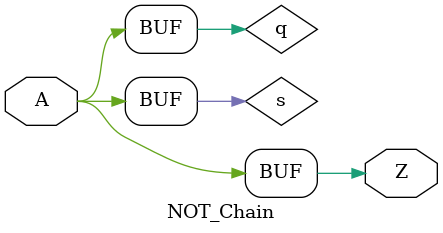
<source format=sv>
/*
  Code can be found here: https://edaplayground.com/x/XF2t
*/

// main program
module NOT_Chain (Z, A);

  output Z;
  input A;
  wire p, q, r, s, t;

  not #1 N1 (p, A);
  not #1 N2 (q, p);
  not #1 N3 (r, q);
  not #1 N4 (s, r);
  not #1 N5 (t, s);
  not #1 N6 (Z, t);

endmodule


// testbench
module tb_NOT_Chain;

  reg p;
  wire r;

  initial begin

    // $dumpfile ("dump.vcd"); //only needed if using the online compiler
    // $dumpvars (1, tb_NOT_Chain); //only needed if using the online compiler

    // #000 p = 0;
    // #100 p = 1;
    // #100 $stop;

  end

  NOT_Chain U1 (r, p);

endmodule

</source>
